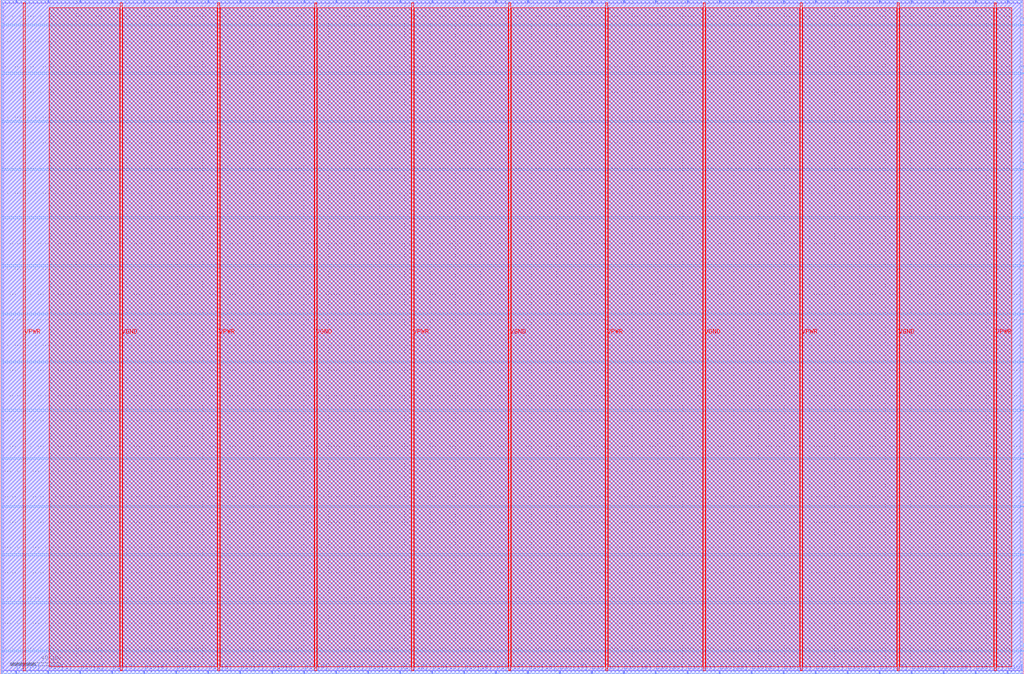
<source format=lef>
VERSION 5.7 ;
  NOWIREEXTENSIONATPIN ON ;
  DIVIDERCHAR "/" ;
  BUSBITCHARS "[]" ;
MACRO RAM256
  CLASS BLOCK ;
  FOREIGN RAM256 ;
  ORIGIN 0.000 0.000 ;
  SIZE 809.600 BY 533.120 ;
  PIN A0[0]
    DIRECTION INPUT ;
    USE SIGNAL ;
    PORT
      LAYER met3 ;
        RECT 807.600 55.800 809.600 56.400 ;
    END
  END A0[0]
  PIN A0[1]
    DIRECTION INPUT ;
    USE SIGNAL ;
    PORT
      LAYER met3 ;
        RECT 807.600 93.880 809.600 94.480 ;
    END
  END A0[1]
  PIN A0[2]
    DIRECTION INPUT ;
    USE SIGNAL ;
    PORT
      LAYER met3 ;
        RECT 807.600 131.960 809.600 132.560 ;
    END
  END A0[2]
  PIN A0[3]
    DIRECTION INPUT ;
    USE SIGNAL ;
    PORT
      LAYER met3 ;
        RECT 807.600 170.040 809.600 170.640 ;
    END
  END A0[3]
  PIN A0[4]
    DIRECTION INPUT ;
    USE SIGNAL ;
    PORT
      LAYER met3 ;
        RECT 807.600 208.120 809.600 208.720 ;
    END
  END A0[4]
  PIN A0[5]
    DIRECTION INPUT ;
    USE SIGNAL ;
    PORT
      LAYER met3 ;
        RECT 807.600 246.200 809.600 246.800 ;
    END
  END A0[5]
  PIN A0[6]
    DIRECTION INPUT ;
    USE SIGNAL ;
    PORT
      LAYER met3 ;
        RECT 807.600 284.280 809.600 284.880 ;
    END
  END A0[6]
  PIN A0[7]
    DIRECTION INPUT ;
    USE SIGNAL ;
    PORT
      LAYER met3 ;
        RECT 807.600 322.360 809.600 322.960 ;
    END
  END A0[7]
  PIN CLK
    DIRECTION INPUT ;
    USE SIGNAL ;
    PORT
      LAYER met3 ;
        RECT 807.600 360.440 809.600 361.040 ;
    END
  END CLK
  PIN Di0[0]
    DIRECTION INPUT ;
    USE SIGNAL ;
    PORT
      LAYER met2 ;
        RECT 12.510 0.000 12.790 2.000 ;
    END
  END Di0[0]
  PIN Di0[10]
    DIRECTION INPUT ;
    USE SIGNAL ;
    PORT
      LAYER met2 ;
        RECT 265.510 0.000 265.790 2.000 ;
    END
  END Di0[10]
  PIN Di0[11]
    DIRECTION INPUT ;
    USE SIGNAL ;
    PORT
      LAYER met2 ;
        RECT 290.810 0.000 291.090 2.000 ;
    END
  END Di0[11]
  PIN Di0[12]
    DIRECTION INPUT ;
    USE SIGNAL ;
    PORT
      LAYER met2 ;
        RECT 316.110 0.000 316.390 2.000 ;
    END
  END Di0[12]
  PIN Di0[13]
    DIRECTION INPUT ;
    USE SIGNAL ;
    PORT
      LAYER met2 ;
        RECT 341.410 0.000 341.690 2.000 ;
    END
  END Di0[13]
  PIN Di0[14]
    DIRECTION INPUT ;
    USE SIGNAL ;
    PORT
      LAYER met2 ;
        RECT 366.710 0.000 366.990 2.000 ;
    END
  END Di0[14]
  PIN Di0[15]
    DIRECTION INPUT ;
    USE SIGNAL ;
    PORT
      LAYER met2 ;
        RECT 392.010 0.000 392.290 2.000 ;
    END
  END Di0[15]
  PIN Di0[16]
    DIRECTION INPUT ;
    USE SIGNAL ;
    PORT
      LAYER met2 ;
        RECT 417.310 0.000 417.590 2.000 ;
    END
  END Di0[16]
  PIN Di0[17]
    DIRECTION INPUT ;
    USE SIGNAL ;
    PORT
      LAYER met2 ;
        RECT 442.610 0.000 442.890 2.000 ;
    END
  END Di0[17]
  PIN Di0[18]
    DIRECTION INPUT ;
    USE SIGNAL ;
    PORT
      LAYER met2 ;
        RECT 467.910 0.000 468.190 2.000 ;
    END
  END Di0[18]
  PIN Di0[19]
    DIRECTION INPUT ;
    USE SIGNAL ;
    PORT
      LAYER met2 ;
        RECT 493.210 0.000 493.490 2.000 ;
    END
  END Di0[19]
  PIN Di0[1]
    DIRECTION INPUT ;
    USE SIGNAL ;
    PORT
      LAYER met2 ;
        RECT 37.810 0.000 38.090 2.000 ;
    END
  END Di0[1]
  PIN Di0[20]
    DIRECTION INPUT ;
    USE SIGNAL ;
    PORT
      LAYER met2 ;
        RECT 518.510 0.000 518.790 2.000 ;
    END
  END Di0[20]
  PIN Di0[21]
    DIRECTION INPUT ;
    USE SIGNAL ;
    PORT
      LAYER met2 ;
        RECT 543.810 0.000 544.090 2.000 ;
    END
  END Di0[21]
  PIN Di0[22]
    DIRECTION INPUT ;
    USE SIGNAL ;
    PORT
      LAYER met2 ;
        RECT 569.110 0.000 569.390 2.000 ;
    END
  END Di0[22]
  PIN Di0[23]
    DIRECTION INPUT ;
    USE SIGNAL ;
    PORT
      LAYER met2 ;
        RECT 594.410 0.000 594.690 2.000 ;
    END
  END Di0[23]
  PIN Di0[24]
    DIRECTION INPUT ;
    USE SIGNAL ;
    PORT
      LAYER met2 ;
        RECT 619.710 0.000 619.990 2.000 ;
    END
  END Di0[24]
  PIN Di0[25]
    DIRECTION INPUT ;
    USE SIGNAL ;
    PORT
      LAYER met2 ;
        RECT 645.010 0.000 645.290 2.000 ;
    END
  END Di0[25]
  PIN Di0[26]
    DIRECTION INPUT ;
    USE SIGNAL ;
    PORT
      LAYER met2 ;
        RECT 670.310 0.000 670.590 2.000 ;
    END
  END Di0[26]
  PIN Di0[27]
    DIRECTION INPUT ;
    USE SIGNAL ;
    PORT
      LAYER met2 ;
        RECT 695.610 0.000 695.890 2.000 ;
    END
  END Di0[27]
  PIN Di0[28]
    DIRECTION INPUT ;
    USE SIGNAL ;
    PORT
      LAYER met2 ;
        RECT 720.910 0.000 721.190 2.000 ;
    END
  END Di0[28]
  PIN Di0[29]
    DIRECTION INPUT ;
    USE SIGNAL ;
    PORT
      LAYER met2 ;
        RECT 746.210 0.000 746.490 2.000 ;
    END
  END Di0[29]
  PIN Di0[2]
    DIRECTION INPUT ;
    USE SIGNAL ;
    PORT
      LAYER met2 ;
        RECT 63.110 0.000 63.390 2.000 ;
    END
  END Di0[2]
  PIN Di0[30]
    DIRECTION INPUT ;
    USE SIGNAL ;
    PORT
      LAYER met2 ;
        RECT 771.510 0.000 771.790 2.000 ;
    END
  END Di0[30]
  PIN Di0[31]
    DIRECTION INPUT ;
    USE SIGNAL ;
    PORT
      LAYER met2 ;
        RECT 796.810 0.000 797.090 2.000 ;
    END
  END Di0[31]
  PIN Di0[3]
    DIRECTION INPUT ;
    USE SIGNAL ;
    PORT
      LAYER met2 ;
        RECT 88.410 0.000 88.690 2.000 ;
    END
  END Di0[3]
  PIN Di0[4]
    DIRECTION INPUT ;
    USE SIGNAL ;
    PORT
      LAYER met2 ;
        RECT 113.710 0.000 113.990 2.000 ;
    END
  END Di0[4]
  PIN Di0[5]
    DIRECTION INPUT ;
    USE SIGNAL ;
    PORT
      LAYER met2 ;
        RECT 139.010 0.000 139.290 2.000 ;
    END
  END Di0[5]
  PIN Di0[6]
    DIRECTION INPUT ;
    USE SIGNAL ;
    PORT
      LAYER met2 ;
        RECT 164.310 0.000 164.590 2.000 ;
    END
  END Di0[6]
  PIN Di0[7]
    DIRECTION INPUT ;
    USE SIGNAL ;
    PORT
      LAYER met2 ;
        RECT 189.610 0.000 189.890 2.000 ;
    END
  END Di0[7]
  PIN Di0[8]
    DIRECTION INPUT ;
    USE SIGNAL ;
    PORT
      LAYER met2 ;
        RECT 214.910 0.000 215.190 2.000 ;
    END
  END Di0[8]
  PIN Di0[9]
    DIRECTION INPUT ;
    USE SIGNAL ;
    PORT
      LAYER met2 ;
        RECT 240.210 0.000 240.490 2.000 ;
    END
  END Di0[9]
  PIN Do0[0]
    DIRECTION OUTPUT ;
    USE SIGNAL ;
    PORT
      LAYER met2 ;
        RECT 12.510 531.120 12.790 533.120 ;
    END
  END Do0[0]
  PIN Do0[10]
    DIRECTION OUTPUT ;
    USE SIGNAL ;
    PORT
      LAYER met2 ;
        RECT 265.510 531.120 265.790 533.120 ;
    END
  END Do0[10]
  PIN Do0[11]
    DIRECTION OUTPUT ;
    USE SIGNAL ;
    PORT
      LAYER met2 ;
        RECT 290.810 531.120 291.090 533.120 ;
    END
  END Do0[11]
  PIN Do0[12]
    DIRECTION OUTPUT ;
    USE SIGNAL ;
    PORT
      LAYER met2 ;
        RECT 316.110 531.120 316.390 533.120 ;
    END
  END Do0[12]
  PIN Do0[13]
    DIRECTION OUTPUT ;
    USE SIGNAL ;
    PORT
      LAYER met2 ;
        RECT 341.410 531.120 341.690 533.120 ;
    END
  END Do0[13]
  PIN Do0[14]
    DIRECTION OUTPUT ;
    USE SIGNAL ;
    PORT
      LAYER met2 ;
        RECT 366.710 531.120 366.990 533.120 ;
    END
  END Do0[14]
  PIN Do0[15]
    DIRECTION OUTPUT ;
    USE SIGNAL ;
    PORT
      LAYER met2 ;
        RECT 392.010 531.120 392.290 533.120 ;
    END
  END Do0[15]
  PIN Do0[16]
    DIRECTION OUTPUT ;
    USE SIGNAL ;
    PORT
      LAYER met2 ;
        RECT 417.310 531.120 417.590 533.120 ;
    END
  END Do0[16]
  PIN Do0[17]
    DIRECTION OUTPUT ;
    USE SIGNAL ;
    PORT
      LAYER met2 ;
        RECT 442.610 531.120 442.890 533.120 ;
    END
  END Do0[17]
  PIN Do0[18]
    DIRECTION OUTPUT ;
    USE SIGNAL ;
    PORT
      LAYER met2 ;
        RECT 467.910 531.120 468.190 533.120 ;
    END
  END Do0[18]
  PIN Do0[19]
    DIRECTION OUTPUT ;
    USE SIGNAL ;
    PORT
      LAYER met2 ;
        RECT 493.210 531.120 493.490 533.120 ;
    END
  END Do0[19]
  PIN Do0[1]
    DIRECTION OUTPUT ;
    USE SIGNAL ;
    PORT
      LAYER met2 ;
        RECT 37.810 531.120 38.090 533.120 ;
    END
  END Do0[1]
  PIN Do0[20]
    DIRECTION OUTPUT ;
    USE SIGNAL ;
    PORT
      LAYER met2 ;
        RECT 518.510 531.120 518.790 533.120 ;
    END
  END Do0[20]
  PIN Do0[21]
    DIRECTION OUTPUT ;
    USE SIGNAL ;
    PORT
      LAYER met2 ;
        RECT 543.810 531.120 544.090 533.120 ;
    END
  END Do0[21]
  PIN Do0[22]
    DIRECTION OUTPUT ;
    USE SIGNAL ;
    PORT
      LAYER met2 ;
        RECT 569.110 531.120 569.390 533.120 ;
    END
  END Do0[22]
  PIN Do0[23]
    DIRECTION OUTPUT ;
    USE SIGNAL ;
    PORT
      LAYER met2 ;
        RECT 594.410 531.120 594.690 533.120 ;
    END
  END Do0[23]
  PIN Do0[24]
    DIRECTION OUTPUT ;
    USE SIGNAL ;
    PORT
      LAYER met2 ;
        RECT 619.710 531.120 619.990 533.120 ;
    END
  END Do0[24]
  PIN Do0[25]
    DIRECTION OUTPUT ;
    USE SIGNAL ;
    PORT
      LAYER met2 ;
        RECT 645.010 531.120 645.290 533.120 ;
    END
  END Do0[25]
  PIN Do0[26]
    DIRECTION OUTPUT ;
    USE SIGNAL ;
    PORT
      LAYER met2 ;
        RECT 670.310 531.120 670.590 533.120 ;
    END
  END Do0[26]
  PIN Do0[27]
    DIRECTION OUTPUT ;
    USE SIGNAL ;
    PORT
      LAYER met2 ;
        RECT 695.610 531.120 695.890 533.120 ;
    END
  END Do0[27]
  PIN Do0[28]
    DIRECTION OUTPUT ;
    USE SIGNAL ;
    PORT
      LAYER met2 ;
        RECT 720.910 531.120 721.190 533.120 ;
    END
  END Do0[28]
  PIN Do0[29]
    DIRECTION OUTPUT ;
    USE SIGNAL ;
    PORT
      LAYER met2 ;
        RECT 746.210 531.120 746.490 533.120 ;
    END
  END Do0[29]
  PIN Do0[2]
    DIRECTION OUTPUT ;
    USE SIGNAL ;
    PORT
      LAYER met2 ;
        RECT 63.110 531.120 63.390 533.120 ;
    END
  END Do0[2]
  PIN Do0[30]
    DIRECTION OUTPUT ;
    USE SIGNAL ;
    PORT
      LAYER met2 ;
        RECT 771.510 531.120 771.790 533.120 ;
    END
  END Do0[30]
  PIN Do0[31]
    DIRECTION OUTPUT ;
    USE SIGNAL ;
    PORT
      LAYER met2 ;
        RECT 796.810 531.120 797.090 533.120 ;
    END
  END Do0[31]
  PIN Do0[3]
    DIRECTION OUTPUT ;
    USE SIGNAL ;
    PORT
      LAYER met2 ;
        RECT 88.410 531.120 88.690 533.120 ;
    END
  END Do0[3]
  PIN Do0[4]
    DIRECTION OUTPUT ;
    USE SIGNAL ;
    PORT
      LAYER met2 ;
        RECT 113.710 531.120 113.990 533.120 ;
    END
  END Do0[4]
  PIN Do0[5]
    DIRECTION OUTPUT ;
    USE SIGNAL ;
    PORT
      LAYER met2 ;
        RECT 139.010 531.120 139.290 533.120 ;
    END
  END Do0[5]
  PIN Do0[6]
    DIRECTION OUTPUT ;
    USE SIGNAL ;
    PORT
      LAYER met2 ;
        RECT 164.310 531.120 164.590 533.120 ;
    END
  END Do0[6]
  PIN Do0[7]
    DIRECTION OUTPUT ;
    USE SIGNAL ;
    PORT
      LAYER met2 ;
        RECT 189.610 531.120 189.890 533.120 ;
    END
  END Do0[7]
  PIN Do0[8]
    DIRECTION OUTPUT ;
    USE SIGNAL ;
    PORT
      LAYER met2 ;
        RECT 214.910 531.120 215.190 533.120 ;
    END
  END Do0[8]
  PIN Do0[9]
    DIRECTION OUTPUT ;
    USE SIGNAL ;
    PORT
      LAYER met2 ;
        RECT 240.210 531.120 240.490 533.120 ;
    END
  END Do0[9]
  PIN EN0
    DIRECTION INPUT ;
    USE SIGNAL ;
    PORT
      LAYER met3 ;
        RECT 807.600 17.720 809.600 18.320 ;
    END
  END EN0
  PIN VGND
    DIRECTION INOUT ;
    USE GROUND ;
    PORT
      LAYER met4 ;
        RECT 95.080 2.480 96.680 530.640 ;
    END
    PORT
      LAYER met4 ;
        RECT 248.680 2.480 250.280 530.640 ;
    END
    PORT
      LAYER met4 ;
        RECT 402.280 2.480 403.880 530.640 ;
    END
    PORT
      LAYER met4 ;
        RECT 555.880 2.480 557.480 530.640 ;
    END
    PORT
      LAYER met4 ;
        RECT 709.480 2.480 711.080 530.640 ;
    END
  END VGND
  PIN VPWR
    DIRECTION INOUT ;
    USE POWER ;
    PORT
      LAYER met4 ;
        RECT 18.280 2.480 19.880 530.640 ;
    END
    PORT
      LAYER met4 ;
        RECT 171.880 2.480 173.480 530.640 ;
    END
    PORT
      LAYER met4 ;
        RECT 325.480 2.480 327.080 530.640 ;
    END
    PORT
      LAYER met4 ;
        RECT 479.080 2.480 480.680 530.640 ;
    END
    PORT
      LAYER met4 ;
        RECT 632.680 2.480 634.280 530.640 ;
    END
    PORT
      LAYER met4 ;
        RECT 786.280 2.480 787.880 530.640 ;
    END
  END VPWR
  PIN WE0[0]
    DIRECTION INPUT ;
    USE SIGNAL ;
    PORT
      LAYER met3 ;
        RECT 807.600 398.520 809.600 399.120 ;
    END
  END WE0[0]
  PIN WE0[1]
    DIRECTION INPUT ;
    USE SIGNAL ;
    PORT
      LAYER met3 ;
        RECT 807.600 436.600 809.600 437.200 ;
    END
  END WE0[1]
  PIN WE0[2]
    DIRECTION INPUT ;
    USE SIGNAL ;
    PORT
      LAYER met3 ;
        RECT 807.600 474.680 809.600 475.280 ;
    END
  END WE0[2]
  PIN WE0[3]
    DIRECTION INPUT ;
    USE SIGNAL ;
    PORT
      LAYER met3 ;
        RECT 807.600 512.760 809.600 513.360 ;
    END
  END WE0[3]
  OBS
      LAYER li1 ;
        RECT 2.760 2.635 806.840 530.485 ;
      LAYER met1 ;
        RECT 1.910 0.040 808.610 532.400 ;
      LAYER met2 ;
        RECT 1.010 530.840 12.230 532.965 ;
        RECT 13.070 530.840 37.530 532.965 ;
        RECT 38.370 530.840 62.830 532.965 ;
        RECT 63.670 530.840 88.130 532.965 ;
        RECT 88.970 530.840 113.430 532.965 ;
        RECT 114.270 530.840 138.730 532.965 ;
        RECT 139.570 530.840 164.030 532.965 ;
        RECT 164.870 530.840 189.330 532.965 ;
        RECT 190.170 530.840 214.630 532.965 ;
        RECT 215.470 530.840 239.930 532.965 ;
        RECT 240.770 530.840 265.230 532.965 ;
        RECT 266.070 530.840 290.530 532.965 ;
        RECT 291.370 530.840 315.830 532.965 ;
        RECT 316.670 530.840 341.130 532.965 ;
        RECT 341.970 530.840 366.430 532.965 ;
        RECT 367.270 530.840 391.730 532.965 ;
        RECT 392.570 530.840 417.030 532.965 ;
        RECT 417.870 530.840 442.330 532.965 ;
        RECT 443.170 530.840 467.630 532.965 ;
        RECT 468.470 530.840 492.930 532.965 ;
        RECT 493.770 530.840 518.230 532.965 ;
        RECT 519.070 530.840 543.530 532.965 ;
        RECT 544.370 530.840 568.830 532.965 ;
        RECT 569.670 530.840 594.130 532.965 ;
        RECT 594.970 530.840 619.430 532.965 ;
        RECT 620.270 530.840 644.730 532.965 ;
        RECT 645.570 530.840 670.030 532.965 ;
        RECT 670.870 530.840 695.330 532.965 ;
        RECT 696.170 530.840 720.630 532.965 ;
        RECT 721.470 530.840 745.930 532.965 ;
        RECT 746.770 530.840 771.230 532.965 ;
        RECT 772.070 530.840 796.530 532.965 ;
        RECT 797.370 530.840 808.580 532.965 ;
        RECT 1.010 2.280 808.580 530.840 ;
        RECT 1.010 0.010 12.230 2.280 ;
        RECT 13.070 0.010 37.530 2.280 ;
        RECT 38.370 0.010 62.830 2.280 ;
        RECT 63.670 0.010 88.130 2.280 ;
        RECT 88.970 0.010 113.430 2.280 ;
        RECT 114.270 0.010 138.730 2.280 ;
        RECT 139.570 0.010 164.030 2.280 ;
        RECT 164.870 0.010 189.330 2.280 ;
        RECT 190.170 0.010 214.630 2.280 ;
        RECT 215.470 0.010 239.930 2.280 ;
        RECT 240.770 0.010 265.230 2.280 ;
        RECT 266.070 0.010 290.530 2.280 ;
        RECT 291.370 0.010 315.830 2.280 ;
        RECT 316.670 0.010 341.130 2.280 ;
        RECT 341.970 0.010 366.430 2.280 ;
        RECT 367.270 0.010 391.730 2.280 ;
        RECT 392.570 0.010 417.030 2.280 ;
        RECT 417.870 0.010 442.330 2.280 ;
        RECT 443.170 0.010 467.630 2.280 ;
        RECT 468.470 0.010 492.930 2.280 ;
        RECT 493.770 0.010 518.230 2.280 ;
        RECT 519.070 0.010 543.530 2.280 ;
        RECT 544.370 0.010 568.830 2.280 ;
        RECT 569.670 0.010 594.130 2.280 ;
        RECT 594.970 0.010 619.430 2.280 ;
        RECT 620.270 0.010 644.730 2.280 ;
        RECT 645.570 0.010 670.030 2.280 ;
        RECT 670.870 0.010 695.330 2.280 ;
        RECT 696.170 0.010 720.630 2.280 ;
        RECT 721.470 0.010 745.930 2.280 ;
        RECT 746.770 0.010 771.230 2.280 ;
        RECT 772.070 0.010 796.530 2.280 ;
        RECT 797.370 0.010 808.580 2.280 ;
      LAYER met3 ;
        RECT 0.985 513.760 807.600 532.945 ;
        RECT 0.985 512.360 807.200 513.760 ;
        RECT 0.985 475.680 807.600 512.360 ;
        RECT 0.985 474.280 807.200 475.680 ;
        RECT 0.985 437.600 807.600 474.280 ;
        RECT 0.985 436.200 807.200 437.600 ;
        RECT 0.985 399.520 807.600 436.200 ;
        RECT 0.985 398.120 807.200 399.520 ;
        RECT 0.985 361.440 807.600 398.120 ;
        RECT 0.985 360.040 807.200 361.440 ;
        RECT 0.985 323.360 807.600 360.040 ;
        RECT 0.985 321.960 807.200 323.360 ;
        RECT 0.985 285.280 807.600 321.960 ;
        RECT 0.985 283.880 807.200 285.280 ;
        RECT 0.985 247.200 807.600 283.880 ;
        RECT 0.985 245.800 807.200 247.200 ;
        RECT 0.985 209.120 807.600 245.800 ;
        RECT 0.985 207.720 807.200 209.120 ;
        RECT 0.985 171.040 807.600 207.720 ;
        RECT 0.985 169.640 807.200 171.040 ;
        RECT 0.985 132.960 807.600 169.640 ;
        RECT 0.985 131.560 807.200 132.960 ;
        RECT 0.985 94.880 807.600 131.560 ;
        RECT 0.985 93.480 807.200 94.880 ;
        RECT 0.985 56.800 807.600 93.480 ;
        RECT 0.985 55.400 807.200 56.800 ;
        RECT 0.985 18.720 807.600 55.400 ;
        RECT 0.985 17.320 807.200 18.720 ;
        RECT 0.985 0.175 807.600 17.320 ;
      LAYER met4 ;
        RECT 38.935 5.615 94.680 526.825 ;
        RECT 97.080 5.615 171.480 526.825 ;
        RECT 173.880 5.615 248.280 526.825 ;
        RECT 250.680 5.615 325.080 526.825 ;
        RECT 327.480 5.615 401.880 526.825 ;
        RECT 404.280 5.615 478.680 526.825 ;
        RECT 481.080 5.615 555.480 526.825 ;
        RECT 557.880 5.615 632.280 526.825 ;
        RECT 634.680 5.615 709.080 526.825 ;
        RECT 711.480 5.615 785.880 526.825 ;
        RECT 788.280 5.615 800.105 526.825 ;
  END
END RAM256
END LIBRARY


</source>
